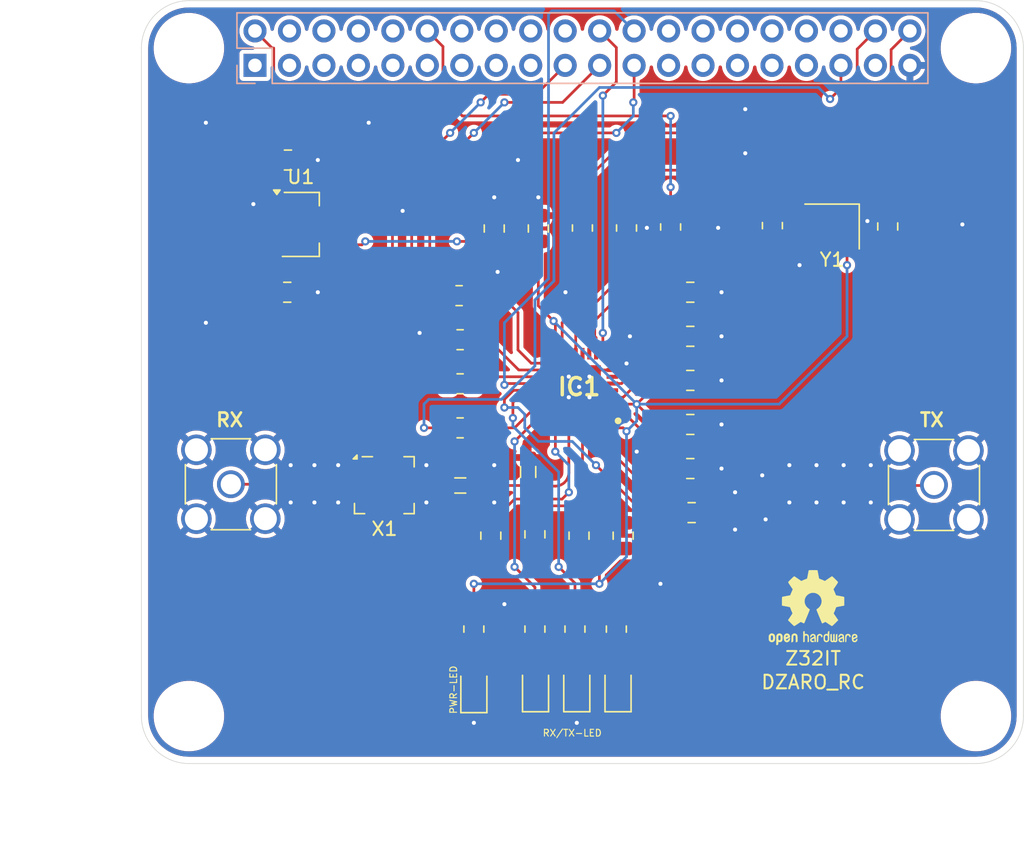
<source format=kicad_pcb>
(kicad_pcb (version 20241229) (generator "pcbnew") (generator_version "9.0")
  (layers (0 "F.Cu" signal) (2 "B.Cu" signal) (13 "F.Paste" user) (15 "B.Paste" user) (5 "F.SilkS" user "F.Silkscreen") (7 "B.SilkS" user "B.Silkscreen") (1 "F.Mask" user) (3 "B.Mask" user) (25 "Edge.Cuts" user))
  (net 0 "")
  (net 1 "+3V3")
  (net 2 "GND")
  (net 3 "Net-(IC1-VR_PA)")
  (net 4 "Net-(IC1-VR_ANAI)")
  (net 5 "Net-(IC1-VR_DIG)")
  (net 6 "Net-(IC1-RFO_P)")
  (net 7 "Net-(J1-In)")
  (net 8 "Net-(IC1-RFO_N)")
  (net 9 "Net-(IC1-VR_ANA2)")
  (net 10 "Net-(D1-PWR1-A)")
  (net 11 "Net-(IC1-I_IN)")
  (net 12 "/TCXO_CLK")
  (net 13 "Net-(IC1-MISO)")
  (net 14 "Net-(IC1-SCK)")
  (net 18 "Net-(IC1-MOSI)")
  (net 19 "/~{CS}")
  (net 20 "Net-(IC1-CK_OUT)")
  (net 21 "/DIO2")
  (net 22 "Net-(IC1-RFI)")
  (net 23 "/RST")
  (net 25 "Net-(IC1-I_OUT)")
  (net 26 "Net-(J2-In)")
  (net 38 "/I_OUT")
  (net 39 "/I_IN")
  (net 48 "/OUT")
  (net 49 "/SCK")
  (net 53 "/MISO")
  (net 55 "+5V")
  (net 61 "/MOSI")
  (net 62 "Net-(IC1-DIO2)")
  (net 63 "Net-(X1-OUT)")
  (net 64 "Net-(D2-A)")
  (net 65 "Net-(D3-A)")
  (net 66 "Net-(D4-A)")
  (net 68 "Net-(IC1-DIO3)")
  (net 69 "Net-(IC1-DIO0)")
  (net 70 "Net-(IC1-DIO1)")
  (footprint "Capacitor_SMD:C_0805_2012Metric" (layer "F.Cu") (at 140.45 94.75)
    (property "Reference" "C9" (hide yes))
    (property "Value" "100n" (hide yes))
  )
  (footprint "Capacitor_SMD:C_0805_2012Metric" (layer "F.Cu") (at 140.45 101.25)
    (property "Reference" "C1" (hide yes))
    (property "Value" "10n" (hide yes))
  )
  (footprint "Resistor_SMD:R_0805_2012Metric" (layer "F.Cu") (at 139 86.6875 90)
    (property "Reference" "R1" (hide yes))
    (property "Value" "100R" (hide yes))
  )
  (footprint "Resistor_SMD:R_0805_2012Metric" (layer "F.Cu") (at 132.5 86.7625 90)
    (property "Reference" "R3" (hide yes))
    (property "Value" "100R" (hide yes))
  )
  (footprint "Resistor_SMD:R_0805_2012Metric" (layer "F.Cu") (at 135.75 86.7625 90)
    (property "Reference" "R2" (hide yes))
    (property "Value" "100R" (hide yes))
  )
  (footprint "LED_SMD:LED_0805_2012Metric" (layer "F.Cu") (at 135.125 120.7475 90)
    (property "Reference" "D4" (hide yes))
    (property "Value" "LED" (hide yes))
  )
  (footprint "Capacitor_SMD:C_0805_2012Metric" (layer "F.Cu") (at 129 109.35 -90)
    (property "Reference" "C12" (hide yes))
    (property "Value" "27p" (hide yes))
  )
  (footprint "LED_SMD:LED_0805_2012Metric" (layer "F.Cu") (at 132.085 120.7475 90)
    (property "Reference" "D3" (hide yes))
    (property "Value" "LED" (hide yes))
  )
  (footprint "MountingHole:MountingHole_2.7mm_M2.5_DIN965" (layer "F.Cu") (at 161.5 122.75)
    (property "Reference" "H2" (hide yes))
    (property "Value" "MountingHole" (hide yes))
  )
  (footprint "Connector_Coaxial:SMA_Amphenol_901-144_Vertical" (layer "F.Cu") (at 158.407898 105.71)
    (property "Reference" "J1" (hide yes))
    (property "Value" "TX_SMA")
  )
  (footprint "Resistor_SMD:R_0805_2012Metric" (layer "F.Cu") (at 129 116.3375 90)
    (property "Reference" "R9" (hide yes))
    (property "Value" "100R" (hide yes))
  )
  (footprint "Resistor_SMD:R_0805_2012Metric" (layer "F.Cu") (at 146.5 86.5875 90)
    (property "Reference" "R11" (hide yes))
    (property "Value" "10K" (hide yes))
  )
  (footprint "Resistor_SMD:R_0805_2012Metric" (layer "F.Cu") (at 123.4875 95)
    (property "Reference" "R6" (hide yes))
    (property "Value" "100R" (hide yes))
  )
  (footprint "Capacitor_SMD:C_0805_2012Metric" (layer "F.Cu") (at 125.75 109.45 -90)
    (property "Reference" "C13" (hide yes))
    (property "Value" "100n" (hide yes))
  )
  (footprint "LED_SMD:LED_0805_2012Metric" (layer "F.Cu") (at 129.045 120.7475 90)
    (property "Reference" "D2" (hide yes))
    (property "Value" "LED" (hide yes))
  )
  (footprint "Resistor_SMD:R_0805_2012Metric" (layer "F.Cu") (at 131.95 116.3375 90)
    (property "Reference" "R10" (hide yes))
    (property "Value" "100R" (hide yes))
  )
  (footprint "Capacitor_SMD:C_0805_2012Metric" (layer "F.Cu") (at 110.8 81.75)
    (property "Reference" "C14" (hide yes))
    (property "Value" "1u" (hide yes))
  )
  (footprint "Capacitor_SMD:C_0805_2012Metric" (layer "F.Cu") (at 132.25 109.45 90)
    (property "Reference" "C4" (hide yes))
    (property "Value" "10n" (hide yes))
  )
  (footprint "Inductor_SMD:L_0805_2012Metric" (layer "F.Cu") (at 128.5 104.75 -90)
    (property "Reference" "L1" (hide yes))
    (property "Value" "82n" (hide yes))
  )
  (footprint "MountingHole:MountingHole_2.7mm_M2.5_DIN965" (layer "F.Cu") (at 161.5 73.5)
    (property "Reference" "H3" (hide yes))
    (property "Value" "MountingHole" (hide yes))
  )
  (footprint "Crystal:Crystal_SMD_3225-4Pin_3.2x2.5mm" (layer "F.Cu") (at 150.9 86.65 180)
    (property "Reference" "Y1")
    (property "Value" "32MHz" (hide yes))
  )
  (footprint "Capacitor_SMD:C_0805_2012Metric" (layer "F.Cu") (at 140.45 104.5)
    (property "Reference" "C7" (hide yes))
    (property "Value" "100n" (hide yes))
  )
  (footprint "LED_SMD:LED_0805_2012Metric" (layer "F.Cu") (at 124.5 120.8125 90)
    (property "Reference" "D1-PWR" (hide yes))
    (property "Value" "LED" (hide yes))
  )
  (footprint "Capacitor_SMD:C_0805_2012Metric" (layer "F.Cu") (at 140.55 107.75)
    (property "Reference" "C11" (hide yes))
    (property "Value" "33p" (hide yes))
  )
  (footprint "Capacitor_SMD:C_0805_2012Metric" (layer "F.Cu") (at 110.75 91.5)
    (property "Reference" "C15" (hide yes))
    (property "Value" "1u" (hide yes))
  )
  (footprint "Resistor_SMD:R_0805_2012Metric" (layer "F.Cu") (at 123.4875 101.5)
    (property "Reference" "R4" (hide yes))
    (property "Value" "100R" (hide yes))
  )
  (footprint "parts:QFN50P500X500X80-33N-D" (layer "F.Cu") (at 132.256 98.482 180)
    (property "Reference" "IC1")
    (property "Value" "SX1255" (hide yes))
  )
  (footprint "Resistor_SMD:R_0805_2012Metric" (layer "F.Cu") (at 135 116.3375 90)
    (property "Reference" "R12" (hide yes))
    (property "Value" "100R" (hide yes))
  )
  (footprint "MountingHole:MountingHole_2.7mm_M2.5_DIN965" (layer "F.Cu") (at 103.5 73.5)
    (property "Reference" "H4" (hide yes))
    (property "Value" "MountingHole" (hide yes))
  )
  (footprint "Symbol:OSHW-Logo2_7.3x6mm_SilkScreen" (layer "F.Cu") (at 149.5 114.75)
    (property "Reference" "SYM1" (hide yes))
    (property "Value" "Logo_Open_Hardware_Small" (hide yes))
  )
  (footprint "Capacitor_SMD:C_0805_2012Metric" (layer "F.Cu") (at 135.5 109.45 90)
    (property "Reference" "C8" (hide yes))
    (property "Value" "100n" (hide yes))
  )
  (footprint "Capacitor_SMD:C_0805_2012Metric" (layer "F.Cu") (at 155 86.65 90)
    (property "Reference" "C3" (hide yes))
    (property "Value" "10n" (hide yes))
  )
  (footprint "Filter:Filter_SAW-6_3.8x3.8mm" (layer "F.Cu") (at 117.9 105.726)
    (property "Reference" "X1")
    (property "Value" "TA0692A" (hide yes))
  )
  (footprint "Inductor_SMD:L_0805_2012Metric" (layer "F.Cu") (at 123.5 105.75)
    (property "Reference" "L2" (hide yes))
    (property "Value" "39n" (hide yes))
  )
  (footprint "Capacitor_SMD:C_0805_2012Metric" (layer "F.Cu") (at 129.25 86.8 90)
    (property "Reference" "C2" (hide yes))
    (property "Value" "10n" (hide yes))
  )
  (footprint "Capacitor_SMD:C_0805_2012Metric" (layer "F.Cu") (at 126 86.8 90)
    (property "Reference" "C6" (hide yes))
    (property "Value" "100n" (hide yes))
  )
  (footprint "MountingHole:MountingHole_2.7mm_M2.5_DIN965" (layer "F.Cu") (at 103.5 122.75)
    (property "Reference" "H1" (hide yes))
    (property "Value" "MountingHole" (hide yes))
  )
  (footprint "Capacitor_SMD:C_0805_2012Metric" (layer "F.Cu") (at 140.45 98)
    (property "Reference" "C5" (hide yes))
    (property "Value" "100n" (hide yes))
  )
  (footprint "Resistor_SMD:R_0805_2012Metric" (layer "F.Cu") (at 123.4125 91.75)
    (property "Reference" "R7" (hide yes))
    (property "Value" "100R" (hide yes))
  )
  (footprint "Package_TO_SOT_SMD:SOT-89-3" (layer "F.Cu") (at 111.75 86.5)
    (property "Reference" "U1")
    (property "Value" "MCP1703Ax-330xxMB" (hide yes))
  )
  (footprint "Resistor_SMD:R_0805_2012Metric" (layer "F.Cu") (at 123.4875 98.25)
    (property "Reference" "R5" (hide yes))
    (property "Value" "100R" (hide yes))
  )
  (footprint "Capacitor_SMD:C_0805_2012Metric" (layer "F.Cu") (at 140.45 91.5)
    (property "Reference" "C10" (hide yes))
    (property "Value" "100n" (hide yes))
  )
  (footprint "Connector_Coaxial:SMA_Amphenol_901-144_Vertical" (layer "F.Cu") (at 106.592102 105.657898)
    (property "Reference" "J2" (hide yes))
    (property "Value" "RX_SMA")
  )
  (footprint "Resistor_SMD:R_0805_2012Metric" (layer "F.Cu") (at 124.5 116.3375 -90)
    (property "Reference" "R8" (hide yes))
    (property "Value" "100R" (hide yes))
  )
  (footprint "Connector_PinSocket_2.54mm:PinSocket_2x20_P2.54mm_Vertical" (layer "B.Cu") (at 108.37 74.77 -90)
    (property "Reference" "J3" (hide yes))
    (property "Value" "RPi")
  )
  (gr_line (start 130.496259 105.792893) (end 128.75 105.792893) (stroke (width 0.2)) (layer "F.Cu") (net 22))
  (gr_arc (start 131.5 104.792893) (mid 131.207107 105.5) (end 130.5 105.792893) (stroke (width 0.2)) (layer "F.Cu") (net 22))
  (gr_arc (start 146 106.75) (mid 146.881966 106.013932) (end 148 105.75) (stroke (width 0.2)) (layer "F.Cu") (net 7))
  (gr_line (start 131.5 104.7929) (end 131.5 101) (stroke (width 0.2)) (layer "F.Cu") (net 22))
  (gr_arc (start 145.487437 107.237437) (mid 144.919696 107.616789) (end 144.25 107.75) (stroke (width 0.2)) (layer "F.Cu") (net 7))
  (gr_arc (start 100 73.5) (mid 101.025126 71.025126) (end 103.5 70) (stroke (width 0.05)) (layer "Edge.Cuts"))
  (gr_arc (start 165 122.75) (mid 163.974874 125.224874) (end 161.5 126.25) (stroke (width 0.05)) (layer "Edge.Cuts"))
  (gr_line (start 103.5 70) (end 161.5 70) (stroke (width 0.05)) (layer "Edge.Cuts"))
  (gr_arc (start 103.5 126.25) (mid 101.025126 125.224874) (end 100 122.75) (stroke (width 0.05)) (layer "Edge.Cuts"))
  (gr_arc (start 161.5 70) (mid 163.974874 71.025126) (end 165 73.5) (stroke (width 0.05)) (layer "Edge.Cuts"))
  (gr_line (start 161.5 126.25) (end 103.5 126.25) (stroke (width 0.05)) (layer "Edge.Cuts"))
  (gr_line (start 100 122.75) (end 100 73.5) (stroke (width 0.05)) (layer "Edge.Cuts"))
  (gr_line (start 165 73.5) (end 165 122.75) (stroke (width 0.05)) (layer "Edge.Cuts"))
  (gr_text "Z32IT" (at 149.5 118.5 0) (layer "F.SilkS") (effects (font (size 1 1))))
  (gr_text "DZARO_RC" (at 149.5 120.25 0) (layer "F.SilkS") (effects (font (size 1 1))))
  (gr_text "TX" (at 158.25 101.5 0) (layer "F.SilkS") (effects (font (size 1 1) (thickness 0.2) (bold yes)) (justify bottom)))
  (gr_text "RX" (at 106.5 101.5 0) (layer "F.SilkS") (effects (font (size 1 1) (thickness 0.2) (bold yes)) (justify bottom)))
  (segment (start 152 87.5) (end 154.9 87.5) (width 0.2) (layer "F.Cu") (net 1))
  (segment (start 132.25 110.4) (end 133.675 111.825) (width 0.2) (layer "F.Cu") (net 1))
  (segment (start 133.75 113) (end 133.75 111.9) (width 0.2) (layer "F.Cu") (net 1))
  (segment (start 133.75 111.9) (end 134 111.9) (width 0.2) (layer "F.Cu") (net 1))
  (segment (start 109.8 88) (end 116.25 88) (width 0.2) (layer "F.Cu") (net 1))
  (segment (start 136.5 99.75) (end 138.25 98) (width 0.2) (layer "F.Cu") (net 1))
  (segment (start 135.75 101.75) (end 135.5 101.5) (width 0.2) (layer "F.Cu") (net 1))
  (segment (start 130.506 93.756) (end 130.375 93.625) (width 0.2) (layer "F.Cu") (net 1))
  (segment (start 134.25 101.5) (end 134.006 101.256) (width 0.2) (layer "F.Cu") (net 1))
  (segment (start 133.75 111.9) (end 133.675 111.825) (width 0.2) (layer "F.Cu") (net 1))
  (segment (start 130.506 96.032) (end 130.506 93.756) (width 0.2) (layer "F.Cu") (net 1))
  (segment (start 134.006 101.256) (end 134.006 100.932) (width 0.2) (layer "F.Cu") (net 1))
  (segment (start 134 111.9) (end 135.5 110.4) (width 0.2) (layer "F.Cu") (net 1))
  (segment (start 138.25 98) (end 139.5 98) (width 0.2) (layer "F.Cu") (net 1))
  (segment (start 129.25 92.5) (end 129.25 87.75) (width 0.2) (layer "F.Cu") (net 1))
  (segment (start 134.724 99.75) (end 134.706 99.732) (width 0.2) (layer "F.Cu") (net 1))
  (segment (start 152 89.5) (end 152 87.5) (width 0.2) (layer "F.Cu") (net 1))
  (segment (start 129.25 87.75) (end 126 87.75) (width 0.2) (layer "F.Cu") (net 1))
  (segment (start 136.5 99.75) (end 134.724 99.75) (width 0.2) (layer "F.Cu") (net 1))
  (segment (start 136.5 99.75) (end 138 101.25) (width 0.2) (layer "F.Cu") (net 1))
  (segment (start 130.375 93.625) (end 129.25 92.5) (width 0.2) (layer "F.Cu") (net 1))
  (segment (start 154.9 87.5) (end 155 87.6) (width 0.2) (layer "F.Cu") (net 1))
  (segment (start 138 101.25) (end 139.5 101.25) (width 0.2) (layer "F.Cu") (net 1))
  (segment (start 116.25 88) (end 116.5 87.75) (width 0.2) (layer "F.Cu") (net 1))
  (segment (start 135.5 101.5) (end 134.25 101.5) (width 0.2) (layer "F.Cu") (net 1))
  (segment (start 124.5 113) (end 124.5 115.425) (width 0.2) (layer "F.Cu") (net 1))
  (segment (start 126 87.75) (end 123.25 87.75) (width 0.2) (layer "F.Cu") (net 1))
  (segment (start 109.8 88) (end 109.8 91.5) (width 0.2) (layer "F.Cu") (net 1))
  (via (at 130.375 93.625) (size 0.6) (drill 0.3) (layers "F.Cu" "B.Cu") (net 1))
  (via (at 136.5 99.75) (size 0.6) (drill 0.3) (layers "F.Cu" "B.Cu") (net 1))
  (via (at 116.5 87.75) (size 0.6) (drill 0.3) (layers "F.Cu" "B.Cu") (net 1))
  (via (at 124.5 113) (size 0.6) (drill 0.3) (layers "F.Cu" "B.Cu") (net 1))
  (via (at 133.75 113) (size 0.6) (drill 0.3) (layers "F.Cu" "B.Cu") (net 1))
  (via (at 135.75 101.75) (size 0.6) (drill 0.3) (layers "F.Cu" "B.Cu") (net 1))
  (via (at 123.25 87.75) (size 0.6) (drill 0.3) (layers "F.Cu" "B.Cu") (net 1))
  (via (at 152 89.5) (size 0.6) (drill 0.3) (layers "F.Cu" "B.Cu") (net 1))
  (segment (start 136.5 99.75) (end 136.5 101) (width 0.2) (layer "B.Cu") (net 1))
  (segment (start 152 94.75) (end 152 89.5) (width 0.2) (layer "B.Cu") (net 1))
  (segment (start 147 99.75) (end 152 94.75) (width 0.2) (layer "B.Cu") (net 1))
  (segment (start 136.5 99.75) (end 147 99.75) (width 0.2) (layer "B.Cu") (net 1))
  (segment (start 133.75 113) (end 135.75 111) (width 0.2) (layer "B.Cu") (net 1))
  (segment (start 130.375 93.625) (end 136.5 99.75) (width 0.2) (layer "B.Cu") (net 1))
  (segment (start 135.75 111) (end 135.75 101.75) (width 0.2) (layer "B.Cu") (net 1))
  (segment (start 123.25 87.75) (end 116.5 87.75) (width 0.2) (layer "B.Cu") (net 1))
  (segment (start 136.5 101) (end 135.75 101.75) (width 0.2) (layer "B.Cu") (net 1))
  (segment (start 133.75 113) (end 124.5 113) (width 0.2) (layer "B.Cu") (net 1))
  (segment (start 132.006 99.756) (end 131.494 99.244) (width 0.2) (layer "F.Cu") (net 2))
  (segment (start 133.506 100.932) (end 133.506 101.5889) (width 0.2) (layer "F.Cu") (net 2))
  (segment (start 134.706 97.232) (end 135.268 97.232) (width 0.2) (layer "F.Cu") (net 2))
  (segment (start 134.706 98.732) (end 133.53 98.732) (width 0.2) (layer "F.Cu") (net 2))
  (segment (start 111.75 81.75) (end 113 81.75) (width 0.2) (layer "F.Cu") (net 2))
  (segment (start 135.1671 103.25) (end 133.5751 101.658) (width 0.2) (layer "F.Cu") (net 2))
  (segment (start 133.53 98.732) (end 133.018 99.244) (width 0.2) (layer "F.Cu") (net 2))
  (segment (start 133.506 100.932) (end 133.506 99.732) (width 0.2) (layer "F.Cu") (net 2))
  (segment (start 141.4 104.5) (end 142.75 104.5) (width 0.2) (layer "F.Cu") (net 2))
  (segment (start 129.25 84.5) (end 129.25 85.85) (width 0.2) (layer "F.Cu") (net 2))
  (segment (start 124.5 123.25) (end 124.5 121.75) (width 0.2) (layer "F.Cu") (net 2))
  (segment (start 133.506 97.232) (end 133.018 97.72) (width 0.2) (layer "F.Cu") (net 2))
  (segment (start 109.8 85) (end 108.25 85) (width 0.2) (layer "F.Cu") (net 2))
  (segment (start 134.706 97.232) (end 133.506 97.232) (width 0.2) (layer "F.Cu") (net 2))
  (segment (start 131.006 99.732) (end 131.494 99.244) (width 0.2) (layer "F.Cu") (net 2))
  (segment (start 141.4 101.25) (end 142.75 101.25) (width 0.2) (layer "F.Cu") (net 2))
  (segment (start 133.506 99.732) (end 133.018 99.244) (width 0.2) (layer "F.Cu") (net 2))
  (segment (start 131.006 100.932) (end 131.006 99.732) (width 0.2) (layer "F.Cu") (net 2))
  (segment (start 126 84.5) (end 126 85.85) (width 0.2) (layer "F.Cu") (net 2))
  (segment (start 133.506 101.5889) (end 133.555 101.6379) (width 0.2) (layer "F.Cu") (net 2))
  (segment (start 141.4 98) (end 142.75 98) (width 0.2) (layer "F.Cu") (net 2))
  (segment (start 111.7 91.5) (end 113 91.5) (width 0.2) (layer "F.Cu") (net 2))
  (segment (start 141.4 94.75) (end 142.75 94.75) (width 0.2) (layer "F.Cu") (net 2))
  (segment (start 132.085 123.25) (end 132.085 121.685) (width 0.2) (layer "F.Cu") (net 2))
  (segment (start 132.006 100.932) (end 132.006 99.756) (width 0.2) (layer "F.Cu") (net 2))
  (segment (start 136.5 103.25) (end 135.1671 103.25) (width 0.2) (layer "F.Cu") (net 2))
  (segment (start 141.4 91.5) (end 142.75 91.5) (width 0.2) (layer "F.Cu") (net 2))
  (segment (start 135.268 97.232) (end 135.75 96.75) (width 0.2) (layer "F.Cu") (net 2))
  (via (at 126.75 114.5) (size 0.6) (drill 0.3) (layers "F.Cu" "B.Cu") (net 2))
  (via (at 143.75 106.25) (size 0.6) (drill 0.3) (layers "F.Cu" "B.Cu") (net 2))
  (via (at 112.75 107) (size 0.6) (drill 0.3) (layers "F.Cu" "B.Cu") (net 2))
  (via (at 137.25 86.75) (size 0.6) (drill 0.3) (layers "F.Cu" "B.Cu") (net 2))
  (via (at 121 107) (size 0.6) (drill 0.3) (layers "F.Cu" "B.Cu") (net 2))
  (via (at 143.75 109) (size 0.6) (drill 0.3) (layers "F.Cu" "B.Cu") (net 2))
  (via (at 129.25 84.5) (size 0.6) (drill 0.3) (layers "F.Cu" "B.Cu") (net 2))
  (via (at 133.018 99.244) (size 0.6) (drill 0.3) (layers "F.Cu" "B.Cu") (net 2))
  (via (at 153.75 107) (size 0.6) (drill 0.3) (layers "F.Cu" "B.Cu") (net 2))
  (via (at 131.494 99.244) (size 0.6) (drill 0.3) (layers "F.Cu" "B.Cu") (net 2))
  (via (at 131.494 97.72) (size 0.6) (drill 0.3) (layers "F.Cu" "B.Cu") (net 2))
  (via (at 111 104.25) (size 0.6) (drill 0.3) (layers "F.Cu" "B.Cu") (net 2))
  (via (at 112.75 104.25) (size 0.6) (drill 0.3) (layers "F.Cu" "B.Cu") (net 2))
  (via (at 121 104.25) (size 0.6) (drill 0.3) (layers "F.Cu" "B.Cu") (net 2))
  (via (at 153.5 86.25) (size 0.6) (drill 0.3) (layers "F.Cu" "B.Cu") (net 2))
  (via (at 136 94.75) (size 0.6) (drill 0.3) (layers "F.Cu" "B.Cu") (net 2))
  (via (at 108.25 85) (size 0.6) (drill 0.3) (layers "F.Cu" "B.Cu") (net 2))
  (via (at 144.5 81.25) (size 0.6) (drill 0.3) (layers "F.Cu" "B.Cu") (net 2))
  (via (at 142.5 86.75) (size 0.6) (drill 0.3) (layers "F.Cu" "B.Cu") (net 2))
  (via (at 147.75 104.25) (size 0.6) (drill 0.3) (layers "F.Cu" "B.Cu") (net 2))
  (via (at 131.25 91.5) (size 0.6) (drill 0.3) (layers "F.Cu" "B.Cu") (net 2))
  (via (at 126 104.25) (size 0.6) (drill 0.3) (layers "F.Cu" "B.Cu") (net 2))
  (via (at 116.75 79) (size 0.6) (drill 0.3) (layers "F.Cu" "B.Cu") (net 2))
  (via (at 124.5 123.25) (size 0.6) (drill 0.3) (layers "F.Cu" "B.Cu") (net 2))
  (via (at 145.75 105) (size 0.6) (drill 0.3) (layers "F.Cu" "B.Cu") (net 2))
  (via (at 120.5 94.5) (size 0.6) (drill 0.3) (layers "F.Cu" "B.Cu") (net 2))
  (via (at 151.75 104.25) (size 0.6) (drill 0.3) (layers "F.Cu" "B.Cu") (net 2))
  (via (at 113 91.5) (size 0.6) (drill 0.3) (layers "F.Cu" "B.Cu") (net 2))
  (via (at 142.75 91.5) (size 0.6) (drill 0.3) (layers "F.Cu" "B.Cu") (net 2))
  (via (at 119.25 85.5) (size 0.6) (drill 0.3) (layers "F.Cu" "B.Cu") (net 2))
  (via (at 149.75 107) (size 0.6) (drill 0.3) (layers "F.Cu" "B.Cu") (net 2))
  (via (at 144.5 78) (size 0.6) (drill 0.3) (layers "F.Cu" "B.Cu") (net 2))
  (via (at 135.75 96.75) (size 0.6) (drill 0.3) (layers "F.Cu" "B.Cu") (net 2))
  (via (at 142.75 101.25) (size 0.6) (drill 0.3) (layers "F.Cu" "B.Cu") (net 2))
  (via (at 114.5 107) (size 0.6) (drill 0.3) (layers "F.Cu" "B.Cu") (net 2))
  (via (at 160.5 86.5) (size 0.6) (drill 0.3) (layers "F.Cu" "B.Cu") (net 2))
  (via (at 127.75 81.75) (size 0.6) (drill 0.3) (layers "F.Cu" "B.Cu") (net 2))
  (via (at 104.75 93.75) (size 0.6) (drill 0.3) (layers "F.Cu" "B.Cu") (net 2))
  (via (at 138.25 113) (size 0.6) (drill 0.3) (layers "F.Cu" "B.Cu") (net 2))
  (via (at 132.085 123.25) (size 0.6) (drill 0.3) (layers "F.Cu" "B.Cu") (net 2))
  (via (at 126 84.5) (size 0.6) (drill 0.3) (layers "F.Cu" "B.Cu") (net 2))
  (via (at 132.256 98.482) (size 0.6) (drill 0.3) (layers "F.Cu" "B.Cu") (net 2))
  (via (at 133.018 97.72) (size 0.6) (drill 0.3) (layers "F.Cu" "B.Cu") (net 2))
  (via (at 113 81.75) (size 0.6) (drill 0.3) (layers "F.Cu" "B.Cu") (net 2))
  (via (at 126 107) (size 0.6) (drill 0.3) (layers "F.Cu" "B.Cu") (net 2))
  (via (at 151.75 107) (size 0.6) (drill 0.3) (layers "F.Cu" "B.Cu") (net 2))
  (via (at 146 108.25) (size 0.6) (drill 0.3) (layers "F.Cu" "B.Cu") (net 2))
  (via (at 136.5 103.25) (size 0.6) (drill 0.3) (layers "F.Cu" "B.Cu") (net 2))
  (via (at 148.5 89.5) (size 0.6) (drill 0.3) (layers "F.Cu" "B.Cu") (net 2))
  (via (at 114.5 104.25) (size 0.6) (drill 0.3) (layers "F.Cu" "B.Cu") (net 2))
  (via (at 142.75 94.75) (size 0.6) (drill 0.3) (layers "F.Cu" "B.Cu") (net 2))
  (via (at 149.75 104.25) (size 0.6) (drill 0.3) (layers "F.Cu" "B.Cu") (net 2))
  (via (at 142.75 98) (size 0.6) (drill 0.3) (layers "F.Cu" "B.Cu") (net 2))
  (via (at 126.25 90) (size 0.6) (drill 0.3) (layers "F.Cu" "B.Cu") (net 2))
  (via (at 111 107) (size 0.6) (drill 0.3) (layers "F.Cu" "B.Cu") (net 2))
  (via (at 104.75 79) (size 0.6) (drill 0.3) (layers "F.Cu" "B.Cu") (net 2))
  (via (at 142.75 104.5) (size 0.6) (drill 0.3) (layers "F.Cu" "B.Cu") (net 2))
  (via (at 153.75 104.25) (size 0.6) (drill 0.3) (layers "F.Cu" "B.Cu") (net 2))
  (via (at 147.75 107) (size 0.6) (drill 0.3) (layers "F.Cu" "B.Cu") (net 2))
  (segment (start 138.25 104.5) (end 139.5 104.5) (width 0.2) (layer "F.Cu") (net 3))
  (segment (start 138 102.829) (end 138 104.25) (width 0.2) (layer "F.Cu") (net 3))
  (segment (start 134.706 100.231999) (end 135.402999 100.231999) (width 0.2) (layer "F.Cu") (net 3))
  (segment (start 138 104.25) (end 138.25 104.5) (width 0.2) (layer "F.Cu") (net 3))
  (segment (start 135.402999 100.231999) (end 138 102.829) (width 0.2) (layer "F.Cu") (net 3))
  (segment (start 138.5 94.75) (end 139.5 94.75) (width 0.2) (layer "F.Cu") (net 4))
  (segment (start 138 95.25) (end 138.5 94.75) (width 0.2) (layer "F.Cu") (net 4))
  (segment (start 134.706 99.232) (end 134.724 99.25) (width 0.2) (layer "F.Cu") (net 4))
  (segment (start 135.5 99.25) (end 138 96.75) (width 0.2) (layer "F.Cu") (net 4))
  (segment (start 138 96.75) (end 138 95.25) (width 0.2) (layer "F.Cu") (net 4))
  (segment (start 134.724 99.25) (end 135.5 99.25) (width 0.2) (layer "F.Cu") (net 4))
  (segment (start 134.706 98.232) (end 135.383 98.232) (width 0.2) (layer "F.Cu") (net 5))
  (segment (start 137.25 92.5) (end 138.25 91.5) (width 0.2) (layer "F.Cu") (net 5))
  (segment (start 135.383 98.232) (end 137.25 96.365) (width 0.2) (layer "F.Cu") (net 5))
  (segment (start 138.25 91.5) (end 139.5 91.5) (width 0.2) (layer "F.Cu") (net 5))
  (segment (start 137.25 96.365) (end 137.25 92.5) (width 0.2) (layer "F.Cu") (net 5))
  (segment (start 139.1 107.75) (end 133.006 101.656) (width 0.2) (layer "F.Cu") (net 6))
  (segment (start 133.006 101.656) (end 133.006 100.932) (width 0.2) (layer "F.Cu") (net 6))
  (segment (start 139.6 107.75) (end 139.1 107.75) (width 0.2) (layer "F.Cu") (net 6))
  (segment (start 158.407898 105.71) (end 158.367898 105.75) (width 0.2) (layer "F.Cu") (net 7))
  (segment (start 145.487437 107.237437) (end 145.512563 107.237437) (width 0.2) (layer "F.Cu") (net 7))
  (segment (start 145.512563 107.237437) (end 146 106.75) (width 0.2) (layer "F.Cu") (net 7))
  (segment (start 141.5 107.75) (end 144.25 107.75) (width 0.2) (layer "F.Cu") (net 7))
  (segment (start 158.367898 105.75) (end 148 105.75) (width 0.2) (layer "F.Cu") (net 7))
  (segment (start 129 108.4) (end 130.15 107.25) (width 0.2) (layer "F.Cu") (net 8))
  (segment (start 131.5671 107.25) (end 132.506 106.3111) (width 0.2) (layer "F.Cu") (net 8))
  (segment (start 132.506 106.3111) (end 132.506 100.932) (width 0.2) (layer "F.Cu") (net 8))
  (segment (start 130.15 107.25) (end 131.5671 107.25) (width 0.2) (layer "F.Cu") (net 8))
  (segment (start 125.75 108.5) (end 127.5 106.75) (width 0.2) (layer "F.Cu") (net 9))
  (segment (start 130.506 103.244) (end 130.5 103.25) (width 0.2) (layer "F.Cu") (net 9))
  (segment (start 131 106.75) (end 131.5 106.25) (width 0.2) (layer "F.Cu") (net 9))
  (segment (start 127.5 106.75) (end 131 106.75) (width 0.2) (layer "F.Cu") (net 9))
  (segment (start 130.506 100.932) (end 130.506 103.244) (width 0.2) (layer "F.Cu") (net 9))
  (via (at 130.5 103.25) (size 0.6) (drill 0.3) (layers "F.Cu" "B.Cu") (net 9))
  (via (at 131.5 106.25) (size 0.6) (drill 0.3) (layers "F.Cu" "B.Cu") (net 9))
  (segment (start 131.5 104.25) (end 130.5 103.25) (width 0.2) (layer "B.Cu") (net 9))
  (segment (start 131.5 106.25) (end 131.5 104.25) (width 0.2) (layer "B.Cu") (net 9))
  (segment (start 124.5 119.875) (end 124.5 117.25) (width 0.2) (layer "F.Cu") (net 10))
  (segment (start 135.75 90) (end 132.006 93.744) (width 0.2) (layer "F.Cu") (net 11))
  (segment (start 132.006 93.744) (end 132.006 96.032) (width 0.2) (layer "F.Cu") (net 11))
  (segment (start 135.75 87.675) (end 135.75 90) (width 0.2) (layer "F.Cu") (net 11))
  (segment (start 149.775 87.475) (end 149.8 87.5) (width 0.2) (layer "F.Cu") (net 12))
  (segment (start 146.5 89) (end 146.5 87.5) (width 0.2) (layer "F.Cu") (net 12))
  (segment (start 146 89.5) (end 146.5 89) (width 0.2) (layer "F.Cu") (net 12))
  (segment (start 138.75 89.5) (end 146 89.5) (width 0.2) (layer "F.Cu") (net 12))
  (segment (start 134.706 96.732) (end 134.706 93.544) (width 0.2) (layer "F.Cu") (net 12))
  (segment (start 134.706 93.544) (end 138.75 89.5) (width 0.2) (layer "F.Cu") (net 12))
  (segment (start 149.8 87.5) (end 146.5 87.5) (width 0.2) (layer "F.Cu") (net 12))
  (segment (start 125.575 95) (end 127.807 97.232) (width 0.2) (layer "F.Cu") (net 13))
  (segment (start 129.798764 97.224764) (end 129.806 97.232) (width 0.2) (layer "F.Cu") (net 13))
  (segment (start 127.807 97.232) (end 129.806 97.232) (width 0.2) (layer "F.Cu") (net 13))
  (segment (start 124.4 95) (end 125.575 95) (width 0.2) (layer "F.Cu") (net 13))
  (segment (start 127.75 95.75) (end 128.732 96.732) (width 0.2) (layer "F.Cu") (net 14))
  (segment (start 124.325 91.75) (end 126.5 91.75) (width 0.2) (layer "F.Cu") (net 14))
  (segment (start 128.732 96.732) (end 129.806 96.732) (width 0.2) (layer "F.Cu") (net 14))
  (segment (start 127.75 93) (end 127.75 95.75) (width 0.2) (layer "F.Cu") (net 14))
  (segment (start 126.5 91.75) (end 127.75 93) (width 0.2) (layer "F.Cu") (net 14))
  (segment (start 124.918 97.732) (end 124.4 98.25) (width 0.2) (layer "F.Cu") (net 18))
  (segment (start 129.806 97.732) (end 124.918 97.732) (width 0.2) (layer "F.Cu") (net 18))
  (segment (start 126.75 98.332) (end 126.85 98.232) (width 0.2) (layer "F.Cu") (net 19))
  (segment (start 126.85 98.232) (end 129.806 98.232) (width 0.2) (layer "F.Cu") (net 19))
  (via (at 126.75 98.332) (size 0.6) (drill 0.3) (layers "F.Cu" "B.Cu") (net 19))
  (segment (start 130.25 70.75) (end 134.83 70.75) (width 0.2) (layer "B.Cu") (net 19))
  (segment (start 126.75 93.75) (end 130 90.5) (width 0.2) (layer "B.Cu") (net 19))
  (segment (start 126.75 98.332) (end 126.75 93.75) (width 0.2) (layer "B.Cu") (net 19))
  (segment (start 130 90.5) (end 130 71) (width 0.2) (layer "B.Cu") (net 19))
  (segment (start 130 71) (end 130.25 70.75) (width 0.2) (layer "B.Cu") (net 19))
  (segment (start 134.83 70.75) (end 136.31 72.23) (width 0.2) (layer "B.Cu") (net 19))
  (segment (start 133.405 93.595) (end 139 88) (width 0.2) (layer "F.Cu") (net 20))
  (segment (start 133.506 94.849943) (end 133.405 94.748943) (width 0.2) (layer "F.Cu") (net 20))
  (segment (start 133.506 96.032) (end 133.506 94.849943) (width 0.2) (layer "F.Cu") (net 20))
  (segment (start 133.405 94.748943) (end 133.405 93.595) (width 0.2) (layer "F.Cu") (net 20))
  (segment (start 139 88) (end 139 87.6) (width 0.2) (layer "F.Cu") (net 20))
  (segment (start 122.575 101.5) (end 120.825 101.5) (width 0.2) (layer "F.Cu") (net 21))
  (segment (start 151.55 76.45) (end 150.75 77.25) (width 0.2) (layer "F.Cu") (net 21))
  (segment (start 151.55 74.77) (end 151.55 76.45) (width 0.2) (layer "F.Cu") (net 21))
  (via (at 120.825 101.5) (size 0.6) (drill 0.3) (layers "F.Cu" "B.Cu") (net 21))
  (via (at 150.75 77.25) (size 0.6) (drill 0.3) (layers "F.Cu" "B.Cu") (net 21))
  (segment (start 126.532943 99.399) (end 126.998943 98.933) (width 0.2) (layer "B.Cu") (net 21))
  (segment (start 129 94.25) (end 129 92.0671) (width 0.2) (layer "B.Cu") (net 21))
  (segment (start 149.899 76.399) (end 150.75 77.25) (width 0.2) (layer "B.Cu") (net 21))
  (segment (start 130.401 90.6661) (end 130.401 90.3339) (width 0.2) (layer "B.Cu") (net 21))
  (segment (start 133.757057 76.399) (end 149.899 76.399) (width 0.2) (layer "B.Cu") (net 21))
  (segment (start 130.1661 90.901) (end 130.401 90.6661) (width 0.2) (layer "B.Cu") (net 21))
  (segment (start 129 92.0671) (end 130.1661 90.901) (width 0.2) (layer "B.Cu") (net 21))
  (segment (start 129 96.931943) (end 129 94.25) (width 0.2) (layer "B.Cu") (net 21))
  (segment (start 120.825 101.5) (end 120.825 99.75) (width 0.2) (layer "B.Cu") (net 21))
  (segment (start 121.176 99.399) (end 126.532943 99.399) (width 0.2) (layer "B.Cu") (net 21))
  (segment (start 120.825 99.75) (end 121.176 99.399) (width 0.2) (layer "B.Cu") (net 21))
  (segment (start 127.351 98.580943) (end 129 96.931943) (width 0.2) (layer "B.Cu") (net 21))
  (segment (start 130.401 79.755057) (end 133.757057 76.399) (width 0.2) (layer "B.Cu") (net 21))
  (segment (start 130.401 90.3339) (end 130.401 79.755057) (width 0.2) (layer "B.Cu") (net 21))
  (segment (start 126.998943 98.933) (end 127.351 98.580943) (width 0.2) (layer "B.Cu") (net 21))
  (segment (start 124.5625 105.75) (end 128.4375 105.75) (width 0.2) (layer "F.Cu") (net 22))
  (segment (start 131.521457 100.947457) (end 131.506 100.932) (width 0.2) (layer "F.Cu") (net 22))
  (segment (start 128.4375 105.75) (end 128.5 105.8125) (width 0.2) (layer "F.Cu") (net 22))
  (segment (start 131.5 100.938001) (end 131.506 100.932001) (width 0.2) (layer "F.Cu") (net 22))
  (segment (start 135 73.46) (end 133.77 72.23) (width 0.2) (layer "F.Cu") (net 23))
  (segment (start 135 76) (end 135 73.46) (width 0.2) (layer "F.Cu") (net 23))
  (segment (start 134.006 76.994) (end 135 76) (width 0.2) (layer "F.Cu") (net 23))
  (segment (start 134.006 96.032) (end 134.006 94.5) (width 0.2) (layer "F.Cu") (net 23))
  (segment (start 134.006 77) (end 134.006 76.994) (width 0.2) (layer "F.Cu") (net 23))
  (via (at 134.006 94.5) (size 0.6) (drill 0.3) (layers "F.Cu" "B.Cu") (net 23))
  (via (at 134.006 77) (size 0.6) (drill 0.3) (layers "F.Cu" "B.Cu") (net 23))
  (segment (start 134.006 94.5) (end 134.006 77) (width 0.2) (layer "B.Cu") (net 23))
  (segment (start 131.006 93.744) (end 132.5 92.25) (width 0.2) (layer "F.Cu") (net 25))
  (segment (start 132.5 92.25) (end 132.5 87.675) (width 0.2) (layer "F.Cu") (net 25))
  (segment (start 131.006 96.032) (end 131.006 93.744) (width 0.2) (layer "F.Cu") (net 25))
  (segment (start 116.431898 105.657898) (end 116.5 105.726) (width 0.2) (layer "F.Cu") (net 26))
  (segment (start 106.592102 105.657898) (end 116.431898 105.657898) (width 0.2) (layer "F.Cu") (net 26))
  (segment (start 132.5 85.85) (end 132.5 83.5) (width 0.2) (layer "F.Cu") (net 38))
  (segment (start 152.75 73.57) (end 154.09 72.23) (width 0.2) (layer "F.Cu") (net 38))
  (segment (start 150.75 79.75) (end 152.75 77.75) (width 0.2) (layer "F.Cu") (net 38))
  (segment (start 152.75 77.75) (end 152.75 73.57) (width 0.2) (layer "F.Cu") (net 38))
  (segment (start 136.25 79.75) (end 150.75 79.75) (width 0.2) (layer "F.Cu") (net 38))
  (segment (start 132.5 83.5) (end 136.25 79.75) (width 0.2) (layer "F.Cu") (net 38))
  (segment (start 155.25 78) (end 155.25 73.61) (width 0.2) (layer "F.Cu") (net 39))
  (segment (start 150.75 82.5) (end 155.25 78) (width 0.2) (layer "F.Cu") (net 39))
  (segment (start 155.25 73.61) (end 156.63 72.23) (width 0.2) (layer "F.Cu") (net 39))
  (segment (start 135.75 85.85) (end 135.75 83.25) (width 0.2) (layer "F.Cu") (net 39))
  (segment (start 135.75 83.25) (end 136.5 82.5) (width 0.2) (layer "F.Cu") (net 39))
  (segment (start 136.5 82.5) (end 150.75 82.5) (width 0.2) (layer "F.Cu") (net 39))
  (segment (start 123.65134 78.5) (end 122.221 77.06966) (width 0.2) (layer "F.Cu") (net 48))
  (segment (start 122.221 77.06966) (end 122.221 73.381) (width 0.2) (layer "F.Cu") (net 48))
  (segment (start 139 78.5) (end 123.65134 78.5) (width 0.2) (layer "F.Cu") (net 48))
  (segment (start 139 85.775) (end 139 83.75) (width 0.2) (layer "F.Cu") (net 48))
  (segment (start 122.221 73.381) (end 121.07 72.23) (width 0.2) (layer "F.Cu") (net 48))
  (via (at 139 83.75) (size 0.6) (drill 0.3) (layers "F.Cu" "B.Cu") (net 48))
  (via (at 139 78.5) (size 0.6) (drill 0.3) (layers "F.Cu" "B.Cu") (net 48))
  (segment (start 139 83.75) (end 139 78.5) (width 0.2) (layer "B.Cu") (net 48))
  (segment (start 139 83.75) (end 138.991212 83.741212) (width 0.2) (layer "B.Cu") (net 48))
  (segment (start 126.5 79.75) (end 135 79.75) (width 0.2) (layer "F.Cu") (net 49))
  (segment (start 121.25 85) (end 126.5 79.75) (width 0.2) (layer "F.Cu") (net 49))
  (segment (start 136.31 75.19) (end 136.31 74.77) (width 0.2) (layer "F.Cu") (net 49))
  (segment (start 136.31 77.44) (end 136.25 77.5) (width 0.2) (layer "F.Cu") (net 49))
  (segment (start 136.31 74.77) (end 136.31 77.44) (width 0.2) (layer "F.Cu") (net 49))
  (segment (start 121.25 90.25) (end 121.25 85) (width 0.2) (layer "F.Cu") (net 49))
  (segment (start 121.25 90.5) (end 121.25 90.25) (width 0.2) (layer "F.Cu") (net 49))
  (segment (start 122.5 91.75) (end 121.25 90.5) (width 0.2) (layer "F.Cu") (net 49))
  (via (at 136.25 77.5) (size 0.6) (drill 0.3) (layers "F.Cu" "B.Cu") (net 49))
  (via (at 135 79.75) (size 0.6) (drill 0.3) (layers "F.Cu" "B.Cu") (net 49))
  (segment (start 135 79.75) (end 136.25 78.5) (width 0.2) (layer "B.Cu") (net 49))
  (segment (start 136.25 78.5) (end 136.25 77.5) (width 0.2) (layer "B.Cu") (net 49))
  (segment (start 122.575 95) (end 119.919 92.344) (width 0.2) (layer "F.Cu") (net 53))
  (segment (start 133.77 74.77) (end 131.04 77.5) (width 0.2) (layer "F.Cu") (net 53))
  (segment (start 119.919 92.344) (end 119.919 84.331) (width 0.2) (layer "F.Cu") (net 53))
  (segment (start 131.04 77.5) (end 126.75 77.5) (width 0.2) (layer "F.Cu") (net 53))
  (segment (start 119.919 84.331) (end 124.5 79.75) (width 0.2) (layer "F.Cu") (net 53))
  (via (at 124.5 79.75) (size 0.6) (drill 0.3) (layers "F.Cu" "B.Cu") (net 53))
  (via (at 126.75 77.5) (size 0.6) (drill 0.3) (layers "F.Cu" "B.Cu") (net 53))
  (segment (start 124.5 79.75) (end 126.75 77.5) (width 0.2) (layer "B.Cu") (net 53))
  (segment (start 109.75 73.5) (end 109.75 81.65) (width 0.2) (layer "F.Cu") (net 55))
  (segment (start 109.75 81.65) (end 109.85 81.75) (width 0.2) (layer "F.Cu") (net 55))
  (segment (start 107.649 83.101) (end 107.649 85.248943) (width 0.2) (layer "F.Cu") (net 55))
  (segment (start 108.37 72.23) (end 109.64 73.5) (width 0.2) (layer "F.Cu") (net 55))
  (segment (start 107.649 85.248943) (end 108.900057 86.5) (width 0.2) (layer "F.Cu") (net 55))
  (segment (start 109.64 73.5) (end 109.75 73.5) (width 0.2) (layer "F.Cu") (net 55))
  (segment (start 109 81.75) (end 107.649 83.101) (width 0.2) (layer "F.Cu") (net 55))
  (segment (start 108.900057 86.5) (end 109.8875 86.5) (width 0.2) (layer "F.Cu") (net 55))
  (segment (start 109.85 81.75) (end 109 81.75) (width 0.2) (layer "F.Cu") (net 55))
  (segment (start 118.5 94.175) (end 118.5 84) (width 0.2) (layer "F.Cu") (net 61))
  (segment (start 131.23 74.77) (end 129.101 76.899) (width 0.2) (layer "F.Cu") (net 61))
  (segment (start 129.101 76.899) (end 125.601 76.899) (width 0.2) (layer "F.Cu") (net 61))
  (segment (start 118.5 84) (end 122.75 79.75) (width 0.2) (layer "F.Cu") (net 61))
  (segment (start 122.575 98.25) (end 118.5 94.175) (width 0.2) (layer "F.Cu") (net 61))
  (segment (start 125.601 76.899) (end 125 77.5) (width 0.2) (layer "F.Cu") (net 61))
  (via (at 125 77.5) (size 0.6) (drill 0.3) (layers "F.Cu" "B.Cu") (net 61))
  (via (at 122.75 79.75) (size 0.6) (drill 0.3) (layers "F.Cu" "B.Cu") (net 61))
  (segment (start 125 77.5) (end 122.75 79.75) (width 0.2) (layer "B.Cu") (net 61))
  (segment (start 129.268 99.732) (end 129.806 99.732) (width 0.2) (layer "F.Cu") (net 62))
  (segment (start 124.4 101.5) (end 127.5 101.5) (width 0.2) (layer "F.Cu") (net 62))
  (segment (start 127.5 101.5) (end 129.268 99.732) (width 0.2) (layer "F.Cu") (net 62))
  (segment (start 119.324 105.75) (end 119.3 105.726) (width 0.2) (layer "F.Cu") (net 63))
  (segment (start 122.4375 105.75) (end 119.324 105.75) (width 0.2) (layer "F.Cu") (net 63))
  (segment (start 129.045 117.295) (end 129 117.25) (width 0.2) (layer "F.Cu") (net 64))
  (segment (start 129.045 119.81) (end 129.045 117.295) (width 0.2) (layer "F.Cu") (net 64))
  (segment (start 132.085 119.81) (end 132.085 117.385) (width 0.2) (layer "F.Cu") (net 65))
  (segment (start 132.085 117.385) (end 131.95 117.25) (width 0.2) (layer "F.Cu") (net 65))
  (segment (start 135.125 117.375) (end 135 117.25) (width 0.2) (layer "F.Cu") (net 66))
  (segment (start 135.125 119.81) (end 135.125 117.375) (width 0.2) (layer "F.Cu") (net 66))
  (segment (start 129.768 100.232) (end 129.806 100.232) (width 0.2) (layer "F.Cu") (net 68))
  (segment (start 129 113.25) (end 127.5 111.75) (width 0.2) (layer "F.Cu") (net 68))
  (segment (start 129 115.425) (end 129 113.25) (width 0.2) (layer "F.Cu") (net 68))
  (segment (start 127.5 102.5) (end 129.768 100.232) (width 0.2) (layer "F.Cu") (net 68))
  (via (at 127.5 102.5) (size 0.6) (drill 0.3) (layers "F.Cu" "B.Cu") (net 68))
  (via (at 127.5 111.75) (size 0.6) (drill 0.3) (layers "F.Cu" "B.Cu") (net 68))
  (segment (start 127.5 111.75) (end 127.5 102.5) (width 0.2) (layer "B.Cu") (net 68))
  (segment (start 127.41947 98.732) (end 129.806 98.732) (width 0.2) (layer "F.Cu") (net 69))
  (segment (start 133.5 104.25) (end 137 107.75) (width 0.2) (layer "F.Cu") (net 69))
  (segment (start 126.75 99.40147) (end 127.41947 98.732) (width 0.2) (layer "F.Cu") (net 69))
  (segment (start 126.75 100) (end 126.75 99.40147) (width 0.2) (layer "F.Cu") (net 69))
  (segment (start 137 107.75) (end 137 112.150057) (width 0.2) (layer "F.Cu") (net 69))
  (segment (start 135 114.150057) (end 135 115.425) (width 0.2) (layer "F.Cu") (net 69))
  (segment (start 129.788 98.75) (end 129.806 98.732) (width 0.2) (layer "F.Cu") (net 69))
  (segment (start 137 112.150057) (end 135 114.150057) (width 0.2) (layer "F.Cu") (net 69))
  (via (at 126.75 100) (size 0.6) (drill 0.3) (layers "F.Cu" "B.Cu") (net 69))
  (via (at 133.5 104.25) (size 0.6) (drill 0.3) (layers "F.Cu" "B.Cu") (net 69))
  (segment (start 128.25 100.5) (end 127.75 100) (width 0.2) (layer "B.Cu") (net 69))
  (segment (start 129.25 102.5) (end 128.25 101.5) (width 0.2) (layer "B.Cu") (net 69))
  (segment (start 127.75 100) (end 126.75 100) (width 0.2) (layer "B.Cu") (net 69))
  (segment (start 131.75 102.5) (end 129.25 102.5) (width 0.2) (layer "B.Cu") (net 69))
  (segment (start 128.25 101.5) (end 128.25 100.5) (width 0.2) (layer "B.Cu") (net 69))
  (segment (start 133.5 104.25) (end 131.75 102.5) (width 0.2) (layer "B.Cu") (net 69))
  (segment (start 127.375735 99.624265) (end 127.768 99.232) (width 0.2) (layer "F.Cu") (net 70))
  (segment (start 127.375735 100.775735) (end 127.375735 99.624265) (width 0.2) (layer "F.Cu") (net 70))
  (segment (start 130.75 111.75) (end 131.95 112.95) (width 0.2) (layer "F.Cu") (net 70))
  (segment (start 127.768 99.232) (end 129.806 99.232) (width 0.2) (layer "F.Cu") (net 70))
  (segment (start 131.95 112.95) (end 131.95 115.425) (width 0.2) (layer "F.Cu") (net 70))
  (via (at 130.75 111.75) (size 0.6) (drill 0.3) (layers "F.Cu" "B.Cu") (net 70))
  (via (at 127.375735 100.775735) (size 0.6) (drill 0.3) (layers "F.Cu" "B.Cu") (net 70))
  (segment (start 127.375735 101.375735) (end 127.375735 100.775735) (width 0.2) (layer "B.Cu") (net 70))
  (segment (start 130.75 104.75) (end 127.375735 101.375735) (width 0.2) (layer "B.Cu") (net 70))
  (segment (start 130.75 111.75) (end 130.75 104.75) (width 0.2) (layer "B.Cu") (net 70))
  (zone (net 2) (net_name "GND") (layers "F.Cu" "B.Cu") (connect_pads (clearance 0.3)) (min_thickness 0.25) (fill yes (thermal_gap 0.3) (thermal_bridge_width 0.5))
    (polygon (pts (xy 100 126.25) (xy 165 126.25) (xy 165 70) (xy 100 70)))
  )
)
</source>
